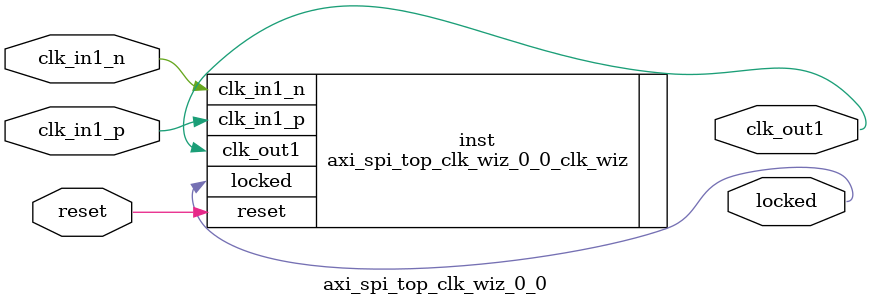
<source format=v>


`timescale 1ps/1ps

(* CORE_GENERATION_INFO = "axi_spi_top_clk_wiz_0_0,clk_wiz_v6_0_0_0,{component_name=axi_spi_top_clk_wiz_0_0,use_phase_alignment=true,use_min_o_jitter=false,use_max_i_jitter=false,use_dyn_phase_shift=false,use_inclk_switchover=false,use_dyn_reconfig=false,enable_axi=0,feedback_source=FDBK_AUTO,PRIMITIVE=MMCM,num_out_clk=1,clkin1_period=5.000,clkin2_period=10.0,use_power_down=false,use_reset=true,use_locked=true,use_inclk_stopped=false,feedback_type=SINGLE,CLOCK_MGR_TYPE=NA,manual_override=false}" *)

module axi_spi_top_clk_wiz_0_0 
 (
  // Clock out ports
  output        clk_out1,
  // Status and control signals
  input         reset,
  output        locked,
 // Clock in ports
  input         clk_in1_p,
  input         clk_in1_n
 );

  axi_spi_top_clk_wiz_0_0_clk_wiz inst
  (
  // Clock out ports  
  .clk_out1(clk_out1),
  // Status and control signals               
  .reset(reset), 
  .locked(locked),
 // Clock in ports
  .clk_in1_p(clk_in1_p),
  .clk_in1_n(clk_in1_n)
  );

endmodule

</source>
